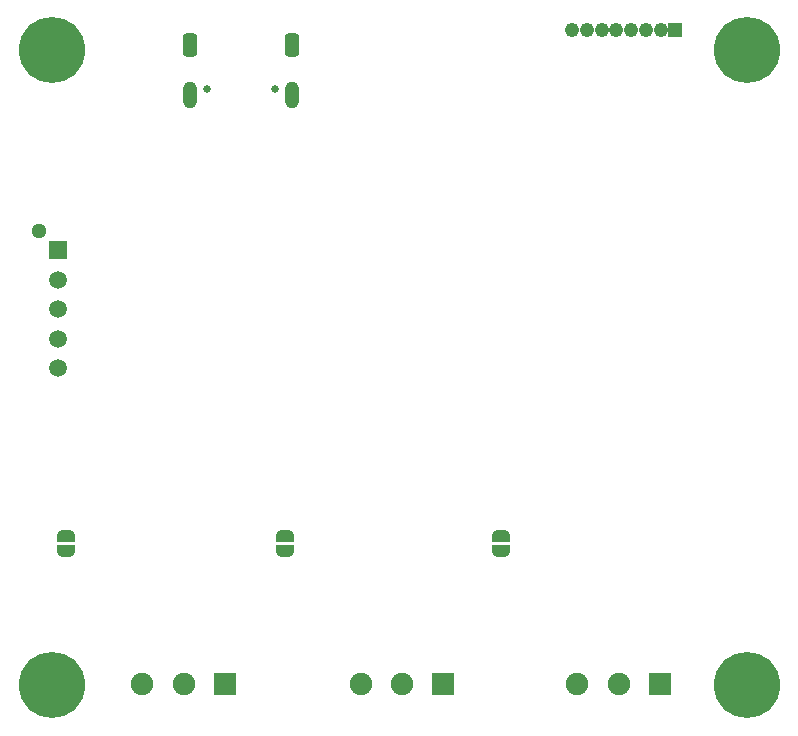
<source format=gbr>
%TF.GenerationSoftware,KiCad,Pcbnew,8.0.3*%
%TF.CreationDate,2024-09-21T17:26:54+02:00*%
%TF.ProjectId,SynchGaze_Motor_Control,53796e63-6847-4617-9a65-5f4d6f746f72,1.0*%
%TF.SameCoordinates,Original*%
%TF.FileFunction,Soldermask,Bot*%
%TF.FilePolarity,Negative*%
%FSLAX46Y46*%
G04 Gerber Fmt 4.6, Leading zero omitted, Abs format (unit mm)*
G04 Created by KiCad (PCBNEW 8.0.3) date 2024-09-21 17:26:54*
%MOMM*%
%LPD*%
G01*
G04 APERTURE LIST*
G04 Aperture macros list*
%AMRoundRect*
0 Rectangle with rounded corners*
0 $1 Rounding radius*
0 $2 $3 $4 $5 $6 $7 $8 $9 X,Y pos of 4 corners*
0 Add a 4 corners polygon primitive as box body*
4,1,4,$2,$3,$4,$5,$6,$7,$8,$9,$2,$3,0*
0 Add four circle primitives for the rounded corners*
1,1,$1+$1,$2,$3*
1,1,$1+$1,$4,$5*
1,1,$1+$1,$6,$7*
1,1,$1+$1,$8,$9*
0 Add four rect primitives between the rounded corners*
20,1,$1+$1,$2,$3,$4,$5,0*
20,1,$1+$1,$4,$5,$6,$7,0*
20,1,$1+$1,$6,$7,$8,$9,0*
20,1,$1+$1,$8,$9,$2,$3,0*%
%AMFreePoly0*
4,1,19,0.500000,-0.750000,0.000000,-0.750000,0.000000,-0.744911,-0.071157,-0.744911,-0.207708,-0.704816,-0.327430,-0.627875,-0.420627,-0.520320,-0.479746,-0.390866,-0.500000,-0.250000,-0.500000,0.250000,-0.479746,0.390866,-0.420627,0.520320,-0.327430,0.627875,-0.207708,0.704816,-0.071157,0.744911,0.000000,0.744911,0.000000,0.750000,0.500000,0.750000,0.500000,-0.750000,0.500000,-0.750000,
$1*%
%AMFreePoly1*
4,1,19,0.000000,0.744911,0.071157,0.744911,0.207708,0.704816,0.327430,0.627875,0.420627,0.520320,0.479746,0.390866,0.500000,0.250000,0.500000,-0.250000,0.479746,-0.390866,0.420627,-0.520320,0.327430,-0.627875,0.207708,-0.704816,0.071157,-0.744911,0.000000,-0.744911,0.000000,-0.750000,-0.500000,-0.750000,-0.500000,0.750000,0.000000,0.750000,0.000000,0.744911,0.000000,0.744911,
$1*%
G04 Aperture macros list end*
%ADD10C,5.600000*%
%ADD11R,1.905000X1.905000*%
%ADD12C,1.905000*%
%ADD13RoundRect,0.076200X0.529000X0.529000X-0.529000X0.529000X-0.529000X-0.529000X0.529000X-0.529000X0*%
%ADD14C,1.210400*%
%ADD15C,1.295400*%
%ADD16R,1.498600X1.498600*%
%ADD17C,1.498600*%
%ADD18C,0.650000*%
%ADD19O,1.204000X2.304000*%
%ADD20RoundRect,0.301000X0.301000X0.701000X-0.301000X0.701000X-0.301000X-0.701000X0.301000X-0.701000X0*%
%ADD21FreePoly0,90.000000*%
%ADD22FreePoly1,90.000000*%
G04 APERTURE END LIST*
D10*
%TO.C,REF\u002A\u002A*%
X32100000Y-89100000D03*
%TD*%
D11*
%TO.C,M501*%
X83577200Y-142743200D03*
D12*
X80077200Y-142743200D03*
X76577200Y-142743200D03*
%TD*%
D11*
%TO.C,M601*%
X65227201Y-142743200D03*
D12*
X61727200Y-142743200D03*
X58227200Y-142743200D03*
%TD*%
D13*
%TO.C,J202*%
X84867600Y-87383200D03*
D14*
X83617600Y-87383200D03*
X82367600Y-87383200D03*
X81117600Y-87383200D03*
X79867600Y-87383200D03*
X78617600Y-87383200D03*
X77367600Y-87383200D03*
X76117600Y-87383200D03*
%TD*%
D11*
%TO.C,M301*%
X46747401Y-142743200D03*
D12*
X43247400Y-142743200D03*
X39747400Y-142743200D03*
%TD*%
D10*
%TO.C,REF\u002A\u002A*%
X90900000Y-142900000D03*
%TD*%
D15*
%TO.C,J402*%
X30988201Y-104470401D03*
D16*
X32588200Y-106070400D03*
D17*
X32588200Y-108570400D03*
X32588200Y-111070400D03*
X32588200Y-113570400D03*
X32588200Y-116070400D03*
%TD*%
D10*
%TO.C,REF\u002A\u002A*%
X32100000Y-142900000D03*
%TD*%
D18*
%TO.C,J201*%
X50997601Y-92376800D03*
X45217599Y-92376800D03*
D19*
X52427600Y-92876800D03*
X43787600Y-92876800D03*
D20*
X52427600Y-88696800D03*
X43787600Y-88696800D03*
%TD*%
D10*
%TO.C,REF\u002A\u002A*%
X90900000Y-89100000D03*
%TD*%
D21*
%TO.C,JP501*%
X70145800Y-131556799D03*
D22*
X70145800Y-130256801D03*
%TD*%
D21*
%TO.C,JP601*%
X51795800Y-131556800D03*
D22*
X51795800Y-130256800D03*
%TD*%
D21*
%TO.C,JP301*%
X33316000Y-131556800D03*
D22*
X33316000Y-130256800D03*
%TD*%
M02*

</source>
